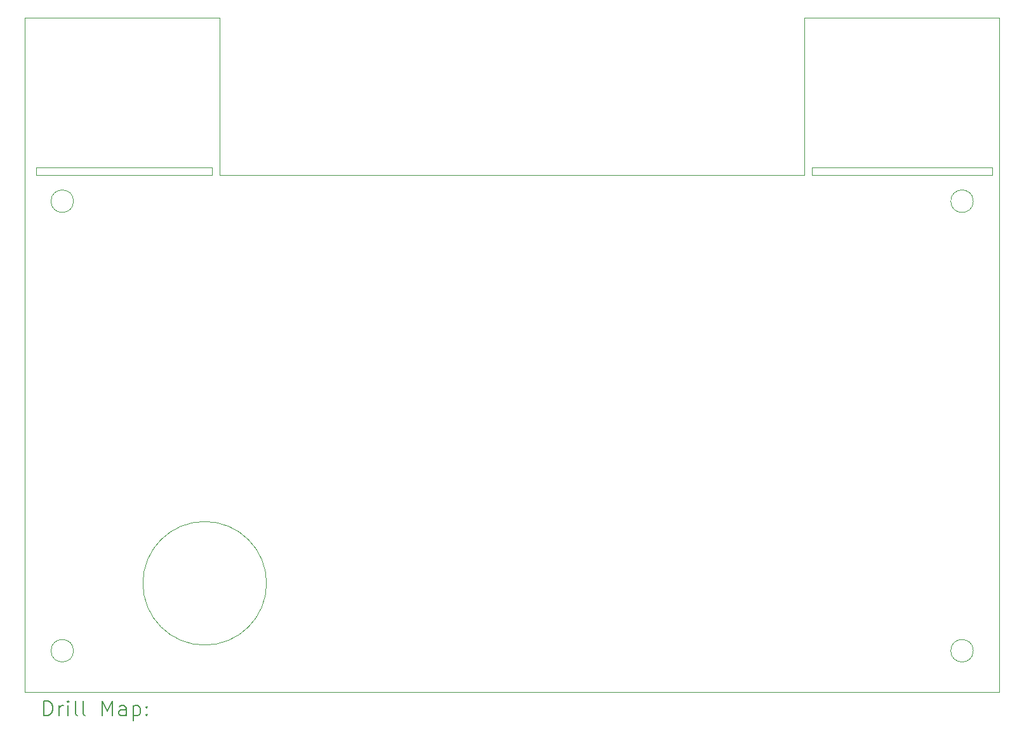
<source format=gbr>
%TF.GenerationSoftware,KiCad,Pcbnew,7.0.10*%
%TF.CreationDate,2024-01-08T20:24:17-08:00*%
%TF.ProjectId,controller board v2,636f6e74-726f-46c6-9c65-7220626f6172,rev?*%
%TF.SameCoordinates,Original*%
%TF.FileFunction,Drillmap*%
%TF.FilePolarity,Positive*%
%FSLAX45Y45*%
G04 Gerber Fmt 4.5, Leading zero omitted, Abs format (unit mm)*
G04 Created by KiCad (PCBNEW 7.0.10) date 2024-01-08 20:24:17*
%MOMM*%
%LPD*%
G01*
G04 APERTURE LIST*
%ADD10C,0.100000*%
%ADD11C,0.200000*%
G04 APERTURE END LIST*
D10*
X20900000Y-5350000D02*
X20900000Y-5250000D01*
X8000000Y-3250000D02*
X10600000Y-3250000D01*
X10500000Y-5350000D02*
X8150000Y-5350000D01*
X8000000Y-5250000D02*
X8000000Y-3250000D01*
X18500000Y-5350000D02*
X18500000Y-5250000D01*
X21000000Y-5250000D02*
X21000000Y-3250000D01*
X20650000Y-11700000D02*
G75*
G03*
X20350000Y-11700000I-150000J0D01*
G01*
X20350000Y-11700000D02*
G75*
G03*
X20650000Y-11700000I150000J0D01*
G01*
X10500000Y-5350000D02*
X10500000Y-5250000D01*
X10600000Y-3250000D02*
X10600000Y-5250000D01*
X8650000Y-11700000D02*
G75*
G03*
X8350000Y-11700000I-150000J0D01*
G01*
X8350000Y-11700000D02*
G75*
G03*
X8650000Y-11700000I150000J0D01*
G01*
X20900000Y-5350000D02*
X18500000Y-5350000D01*
X18500000Y-5250000D02*
X20900000Y-5250000D01*
X8650000Y-5700000D02*
G75*
G03*
X8350000Y-5700000I-150000J0D01*
G01*
X8350000Y-5700000D02*
G75*
G03*
X8650000Y-5700000I150000J0D01*
G01*
X10500000Y-5250000D02*
X8150000Y-5250000D01*
X10600000Y-5350000D02*
X18400000Y-5350000D01*
X20650000Y-5700000D02*
G75*
G03*
X20350000Y-5700000I-150000J0D01*
G01*
X20350000Y-5700000D02*
G75*
G03*
X20650000Y-5700000I150000J0D01*
G01*
X11224621Y-10800000D02*
G75*
G03*
X9575379Y-10800000I-824621J0D01*
G01*
X9575379Y-10800000D02*
G75*
G03*
X11224621Y-10800000I824621J0D01*
G01*
X21000000Y-3250000D02*
X18400000Y-3250000D01*
X18400000Y-5250000D02*
X18400000Y-5350000D01*
X18400000Y-5250000D02*
X18400000Y-3250000D01*
X21000000Y-12250000D02*
X8000000Y-12250000D01*
X8150000Y-5250000D02*
X8150000Y-5350000D01*
X8000000Y-12250000D02*
X8000000Y-5250000D01*
X10600000Y-5350000D02*
X10600000Y-5250000D01*
X21000000Y-5250000D02*
X21000000Y-12250000D01*
D11*
X8255777Y-12566484D02*
X8255777Y-12366484D01*
X8255777Y-12366484D02*
X8303396Y-12366484D01*
X8303396Y-12366484D02*
X8331967Y-12376008D01*
X8331967Y-12376008D02*
X8351015Y-12395055D01*
X8351015Y-12395055D02*
X8360539Y-12414103D01*
X8360539Y-12414103D02*
X8370062Y-12452198D01*
X8370062Y-12452198D02*
X8370062Y-12480769D01*
X8370062Y-12480769D02*
X8360539Y-12518865D01*
X8360539Y-12518865D02*
X8351015Y-12537912D01*
X8351015Y-12537912D02*
X8331967Y-12556960D01*
X8331967Y-12556960D02*
X8303396Y-12566484D01*
X8303396Y-12566484D02*
X8255777Y-12566484D01*
X8455777Y-12566484D02*
X8455777Y-12433150D01*
X8455777Y-12471246D02*
X8465301Y-12452198D01*
X8465301Y-12452198D02*
X8474824Y-12442674D01*
X8474824Y-12442674D02*
X8493872Y-12433150D01*
X8493872Y-12433150D02*
X8512920Y-12433150D01*
X8579586Y-12566484D02*
X8579586Y-12433150D01*
X8579586Y-12366484D02*
X8570063Y-12376008D01*
X8570063Y-12376008D02*
X8579586Y-12385531D01*
X8579586Y-12385531D02*
X8589110Y-12376008D01*
X8589110Y-12376008D02*
X8579586Y-12366484D01*
X8579586Y-12366484D02*
X8579586Y-12385531D01*
X8703396Y-12566484D02*
X8684348Y-12556960D01*
X8684348Y-12556960D02*
X8674824Y-12537912D01*
X8674824Y-12537912D02*
X8674824Y-12366484D01*
X8808158Y-12566484D02*
X8789110Y-12556960D01*
X8789110Y-12556960D02*
X8779586Y-12537912D01*
X8779586Y-12537912D02*
X8779586Y-12366484D01*
X9036729Y-12566484D02*
X9036729Y-12366484D01*
X9036729Y-12366484D02*
X9103396Y-12509341D01*
X9103396Y-12509341D02*
X9170063Y-12366484D01*
X9170063Y-12366484D02*
X9170063Y-12566484D01*
X9351015Y-12566484D02*
X9351015Y-12461722D01*
X9351015Y-12461722D02*
X9341491Y-12442674D01*
X9341491Y-12442674D02*
X9322444Y-12433150D01*
X9322444Y-12433150D02*
X9284348Y-12433150D01*
X9284348Y-12433150D02*
X9265301Y-12442674D01*
X9351015Y-12556960D02*
X9331967Y-12566484D01*
X9331967Y-12566484D02*
X9284348Y-12566484D01*
X9284348Y-12566484D02*
X9265301Y-12556960D01*
X9265301Y-12556960D02*
X9255777Y-12537912D01*
X9255777Y-12537912D02*
X9255777Y-12518865D01*
X9255777Y-12518865D02*
X9265301Y-12499817D01*
X9265301Y-12499817D02*
X9284348Y-12490293D01*
X9284348Y-12490293D02*
X9331967Y-12490293D01*
X9331967Y-12490293D02*
X9351015Y-12480769D01*
X9446253Y-12433150D02*
X9446253Y-12633150D01*
X9446253Y-12442674D02*
X9465301Y-12433150D01*
X9465301Y-12433150D02*
X9503396Y-12433150D01*
X9503396Y-12433150D02*
X9522444Y-12442674D01*
X9522444Y-12442674D02*
X9531967Y-12452198D01*
X9531967Y-12452198D02*
X9541491Y-12471246D01*
X9541491Y-12471246D02*
X9541491Y-12528388D01*
X9541491Y-12528388D02*
X9531967Y-12547436D01*
X9531967Y-12547436D02*
X9522444Y-12556960D01*
X9522444Y-12556960D02*
X9503396Y-12566484D01*
X9503396Y-12566484D02*
X9465301Y-12566484D01*
X9465301Y-12566484D02*
X9446253Y-12556960D01*
X9627205Y-12547436D02*
X9636729Y-12556960D01*
X9636729Y-12556960D02*
X9627205Y-12566484D01*
X9627205Y-12566484D02*
X9617682Y-12556960D01*
X9617682Y-12556960D02*
X9627205Y-12547436D01*
X9627205Y-12547436D02*
X9627205Y-12566484D01*
X9627205Y-12442674D02*
X9636729Y-12452198D01*
X9636729Y-12452198D02*
X9627205Y-12461722D01*
X9627205Y-12461722D02*
X9617682Y-12452198D01*
X9617682Y-12452198D02*
X9627205Y-12442674D01*
X9627205Y-12442674D02*
X9627205Y-12461722D01*
M02*

</source>
